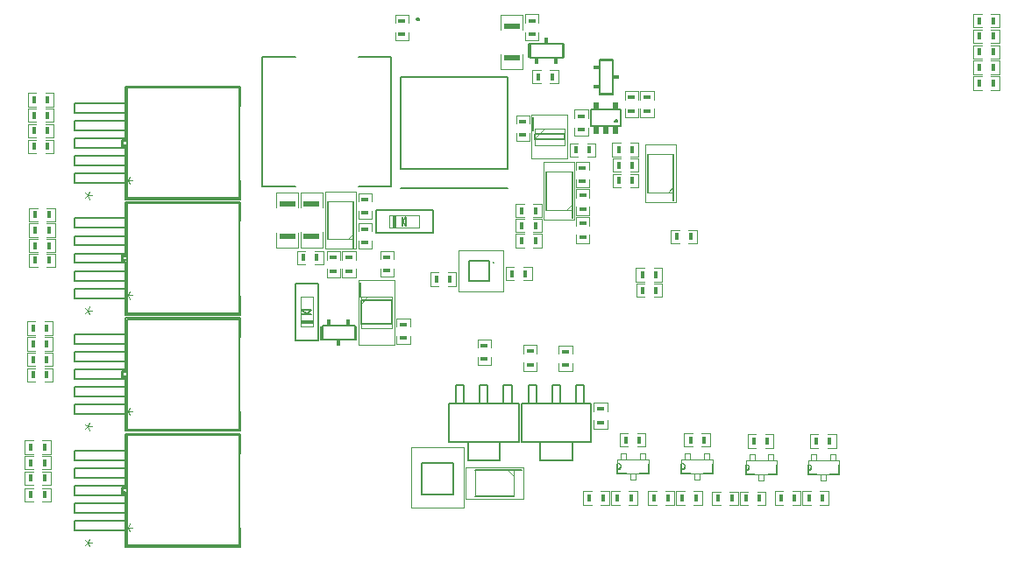
<source format=gbr>
G04 EAGLE Gerber RS-274X export*
G75*
%MOMM*%
%FSLAX34Y34*%
%LPD*%
%INSilkscreen Bottom*%
%IPPOS*%
%AMOC8*
5,1,8,0,0,1.08239X$1,22.5*%
G01*
%ADD10C,0.200000*%
%ADD11C,0.100000*%
%ADD12C,0.056000*%
%ADD13C,0.056000*%
%ADD14R,0.800000X0.300000*%
%ADD15R,0.100000X1.600000*%
%ADD16C,0.101600*%
%ADD17C,0.203200*%
%ADD18R,1.200000X0.125000*%
%ADD19R,1.250000X0.300000*%
%ADD20R,0.300000X0.800000*%
%ADD21R,1.600000X0.100000*%
%ADD22R,1.600000X0.500000*%
%ADD23R,0.100000X3.600000*%
%ADD24R,0.125000X1.200000*%
%ADD25R,0.300000X1.250000*%
%ADD26C,0.050000*%
%ADD27C,0.127000*%
%ADD28C,0.152400*%
%ADD29R,0.457200X0.584200*%
%ADD30R,0.584200X0.457200*%
%ADD31R,0.500000X0.650000*%
%ADD32C,0.076200*%
%ADD33C,0.000000*%


D10*
X1110000Y735000D02*
X1090000Y735000D01*
X1090000Y715000D01*
X1110000Y715000D01*
X1110000Y735000D01*
D11*
X1123720Y745000D02*
X1080000Y745000D01*
X1080000Y705000D01*
X1123720Y705000D01*
X1123720Y745000D01*
D12*
X1113720Y733070D03*
D13*
X1113718Y733037D01*
X1113712Y733005D01*
X1113703Y732974D01*
X1113690Y732944D01*
X1113674Y732916D01*
X1113654Y732890D01*
X1113632Y732866D01*
X1113607Y732845D01*
X1113580Y732828D01*
X1113551Y732813D01*
X1113520Y732802D01*
X1113489Y732794D01*
X1113456Y732790D01*
X1113424Y732790D01*
X1113391Y732794D01*
X1113360Y732802D01*
X1113329Y732813D01*
X1113300Y732828D01*
X1113273Y732845D01*
X1113248Y732866D01*
X1113226Y732890D01*
X1113206Y732916D01*
X1113190Y732944D01*
X1113177Y732974D01*
X1113168Y733005D01*
X1113162Y733037D01*
X1113160Y733070D01*
D12*
X1113160Y733070D03*
D13*
X1113162Y733103D01*
X1113168Y733135D01*
X1113177Y733166D01*
X1113190Y733196D01*
X1113206Y733224D01*
X1113226Y733250D01*
X1113248Y733274D01*
X1113273Y733295D01*
X1113300Y733312D01*
X1113329Y733327D01*
X1113360Y733338D01*
X1113391Y733346D01*
X1113424Y733350D01*
X1113456Y733350D01*
X1113489Y733346D01*
X1113520Y733338D01*
X1113551Y733327D01*
X1113580Y733312D01*
X1113607Y733295D01*
X1113632Y733274D01*
X1113654Y733250D01*
X1113674Y733224D01*
X1113690Y733196D01*
X1113703Y733166D01*
X1113712Y733135D01*
X1113718Y733103D01*
X1113720Y733070D01*
D11*
X1143000Y653100D02*
X1143000Y645100D01*
X1143000Y653100D02*
X1156000Y653100D01*
X1156000Y645100D01*
X1143000Y636100D02*
X1143000Y628100D01*
X1156000Y628100D01*
X1156000Y636100D01*
D14*
X1149500Y647100D03*
X1149500Y634100D03*
D15*
X1146000Y640600D03*
X1153000Y640600D03*
D16*
X927500Y670700D02*
X927500Y699700D01*
X927500Y670700D02*
X939500Y670700D01*
X939500Y699700D01*
X927500Y699700D01*
D17*
X922500Y712630D02*
X944500Y712630D01*
X922500Y712630D02*
X922500Y657770D01*
X944500Y657770D02*
X944500Y712630D01*
X944500Y657770D02*
X922500Y657770D01*
X929055Y687105D02*
X937945Y687105D01*
X933500Y683295D01*
X929055Y687105D01*
X929055Y683295D02*
X937945Y683295D01*
D18*
X933500Y700575D03*
X933500Y669825D03*
D19*
X933500Y675700D03*
D11*
X1020300Y678900D02*
X1020300Y670900D01*
X1020300Y678900D02*
X1033300Y678900D01*
X1033300Y670900D01*
X1020300Y661900D02*
X1020300Y653900D01*
X1033300Y653900D01*
X1033300Y661900D01*
D14*
X1026800Y672900D03*
X1026800Y659900D03*
D15*
X1023300Y666400D03*
X1030300Y666400D03*
D11*
X1302300Y764600D02*
X1310300Y764600D01*
X1310300Y751600D01*
X1302300Y751600D01*
X1293300Y764600D02*
X1285300Y764600D01*
X1285300Y751600D01*
X1293300Y751600D01*
D20*
X1304300Y758100D03*
X1291300Y758100D03*
D21*
X1297800Y761600D03*
X1297800Y754600D03*
D11*
X1193600Y768800D02*
X1193600Y776800D01*
X1206600Y776800D01*
X1206600Y768800D01*
X1193600Y759800D02*
X1193600Y751800D01*
X1206600Y751800D01*
X1206600Y759800D01*
D14*
X1200100Y770800D03*
X1200100Y757800D03*
D15*
X1196600Y764300D03*
X1203600Y764300D03*
D11*
X1206600Y778900D02*
X1206600Y786900D01*
X1206600Y778900D02*
X1193600Y778900D01*
X1193600Y786900D01*
X1206600Y795900D02*
X1206600Y803900D01*
X1193600Y803900D01*
X1193600Y795900D01*
D14*
X1200100Y784900D03*
X1200100Y797900D03*
D15*
X1203600Y791400D03*
X1196600Y791400D03*
D11*
X1246000Y833600D02*
X1254000Y833600D01*
X1254000Y820600D01*
X1246000Y820600D01*
X1237000Y833600D02*
X1229000Y833600D01*
X1229000Y820600D01*
X1237000Y820600D01*
D20*
X1248000Y827100D03*
X1235000Y827100D03*
D21*
X1241500Y830600D03*
X1241500Y823600D03*
D11*
X1245900Y818600D02*
X1253900Y818600D01*
X1253900Y805600D01*
X1245900Y805600D01*
X1236900Y818600D02*
X1228900Y818600D01*
X1228900Y805600D01*
X1236900Y805600D01*
D20*
X1247900Y812100D03*
X1234900Y812100D03*
D21*
X1241400Y815600D03*
X1241400Y808600D03*
D11*
X1268800Y712600D02*
X1276800Y712600D01*
X1276800Y699600D01*
X1268800Y699600D01*
X1259800Y712600D02*
X1251800Y712600D01*
X1251800Y699600D01*
X1259800Y699600D01*
D20*
X1270800Y706100D03*
X1257800Y706100D03*
D21*
X1264300Y709600D03*
X1264300Y702600D03*
D11*
X1060900Y710300D02*
X1052900Y710300D01*
X1052900Y723300D01*
X1060900Y723300D01*
X1069900Y710300D02*
X1077900Y710300D01*
X1077900Y723300D01*
X1069900Y723300D01*
D20*
X1058900Y716800D03*
X1071900Y716800D03*
D21*
X1065400Y713300D03*
X1065400Y720300D03*
D11*
X1143000Y728700D02*
X1151000Y728700D01*
X1151000Y715700D01*
X1143000Y715700D01*
X1134000Y728700D02*
X1126000Y728700D01*
X1126000Y715700D01*
X1134000Y715700D01*
D20*
X1145000Y722200D03*
X1132000Y722200D03*
D21*
X1138500Y725700D03*
X1138500Y718700D03*
D11*
X1577500Y960300D02*
X1585500Y960300D01*
X1577500Y960300D02*
X1577500Y973300D01*
X1585500Y973300D01*
X1594500Y960300D02*
X1602500Y960300D01*
X1602500Y973300D01*
X1594500Y973300D01*
D20*
X1583500Y966800D03*
X1596500Y966800D03*
D21*
X1590000Y963300D03*
X1590000Y970300D03*
D11*
X1177000Y652900D02*
X1177000Y644900D01*
X1177000Y652900D02*
X1190000Y652900D01*
X1190000Y644900D01*
X1177000Y635900D02*
X1177000Y627900D01*
X1190000Y627900D01*
X1190000Y635900D01*
D14*
X1183500Y646900D03*
X1183500Y633900D03*
D15*
X1180000Y640400D03*
X1187000Y640400D03*
D11*
X1224000Y580200D02*
X1224000Y572200D01*
X1211000Y572200D01*
X1211000Y580200D01*
X1224000Y589200D02*
X1224000Y597200D01*
X1211000Y597200D01*
X1211000Y589200D01*
D14*
X1217500Y578200D03*
X1217500Y591200D03*
D15*
X1221000Y584700D03*
X1214000Y584700D03*
D11*
X1577500Y945300D02*
X1585500Y945300D01*
X1577500Y945300D02*
X1577500Y958300D01*
X1585500Y958300D01*
X1594500Y945300D02*
X1602500Y945300D01*
X1602500Y958300D01*
X1594500Y958300D01*
D20*
X1583500Y951800D03*
X1596500Y951800D03*
D21*
X1590000Y948300D03*
X1590000Y955300D03*
D11*
X1098500Y658800D02*
X1098500Y650800D01*
X1098500Y658800D02*
X1111500Y658800D01*
X1111500Y650800D01*
X1098500Y641800D02*
X1098500Y633800D01*
X1111500Y633800D01*
X1111500Y641800D01*
D14*
X1105000Y652800D03*
X1105000Y639800D03*
D15*
X1101500Y646300D03*
X1108500Y646300D03*
D11*
X1577500Y930300D02*
X1585500Y930300D01*
X1577500Y930300D02*
X1577500Y943300D01*
X1585500Y943300D01*
X1594500Y930300D02*
X1602500Y930300D01*
X1602500Y943300D01*
X1594500Y943300D01*
D20*
X1583500Y936800D03*
X1596500Y936800D03*
D21*
X1590000Y933300D03*
X1590000Y940300D03*
D11*
X1142300Y934300D02*
X1142300Y919800D01*
X1121300Y919800D01*
X1121300Y934300D01*
X1142300Y958300D02*
X1142300Y972800D01*
X1121300Y972800D01*
X1121300Y958300D01*
D22*
X1131800Y930800D03*
X1131800Y961800D03*
D23*
X1139300Y946300D03*
X1124300Y946300D03*
D11*
X1157700Y948000D02*
X1157700Y956000D01*
X1157700Y948000D02*
X1144700Y948000D01*
X1144700Y956000D01*
X1157700Y965000D02*
X1157700Y973000D01*
X1144700Y973000D01*
X1144700Y965000D01*
D14*
X1151200Y954000D03*
X1151200Y967000D03*
D15*
X1154700Y960500D03*
X1147700Y960500D03*
D11*
X1143500Y762300D02*
X1135500Y762300D01*
X1135500Y775300D01*
X1143500Y775300D01*
X1152500Y762300D02*
X1160500Y762300D01*
X1160500Y775300D01*
X1152500Y775300D01*
D20*
X1141500Y768800D03*
X1154500Y768800D03*
D21*
X1148000Y765300D03*
X1148000Y772300D03*
D11*
X1152500Y789700D02*
X1160500Y789700D01*
X1160500Y776700D01*
X1152500Y776700D01*
X1143500Y789700D02*
X1135500Y789700D01*
X1135500Y776700D01*
X1143500Y776700D01*
D20*
X1154500Y783200D03*
X1141500Y783200D03*
D21*
X1148000Y786700D03*
X1148000Y779700D03*
D11*
X1192300Y872700D02*
X1192300Y880700D01*
X1205300Y880700D01*
X1205300Y872700D01*
X1192300Y863700D02*
X1192300Y855700D01*
X1205300Y855700D01*
X1205300Y863700D01*
D14*
X1198800Y874700D03*
X1198800Y861700D03*
D15*
X1195300Y868200D03*
X1202300Y868200D03*
D11*
X1195400Y835300D02*
X1187400Y835300D01*
X1187400Y848300D01*
X1195400Y848300D01*
X1204400Y835300D02*
X1212400Y835300D01*
X1212400Y848300D01*
X1204400Y848300D01*
D20*
X1193400Y841800D03*
X1206400Y841800D03*
D21*
X1199900Y838300D03*
X1199900Y845300D03*
D11*
X927700Y800700D02*
X927700Y786200D01*
X927700Y800700D02*
X948700Y800700D01*
X948700Y786200D01*
X927700Y762200D02*
X927700Y747700D01*
X948700Y747700D01*
X948700Y762200D01*
D22*
X938200Y789700D03*
X938200Y758700D03*
D23*
X930700Y774200D03*
X945700Y774200D03*
D11*
X932500Y731300D02*
X924500Y731300D01*
X924500Y744300D01*
X932500Y744300D01*
X941500Y731300D02*
X949500Y731300D01*
X949500Y744300D01*
X941500Y744300D01*
D20*
X930500Y737800D03*
X943500Y737800D03*
D21*
X937000Y734300D03*
X937000Y741300D03*
D11*
X1245800Y848600D02*
X1253800Y848600D01*
X1253800Y835600D01*
X1245800Y835600D01*
X1236800Y848600D02*
X1228800Y848600D01*
X1228800Y835600D01*
X1236800Y835600D01*
D20*
X1247800Y842100D03*
X1234800Y842100D03*
D21*
X1241300Y845600D03*
X1241300Y838600D03*
D11*
X904500Y800400D02*
X904500Y785900D01*
X904500Y800400D02*
X925500Y800400D01*
X925500Y785900D01*
X904500Y761900D02*
X904500Y747400D01*
X925500Y747400D01*
X925500Y761900D01*
D22*
X915000Y789400D03*
X915000Y758400D03*
D23*
X907500Y773900D03*
X922500Y773900D03*
D11*
X1268700Y873700D02*
X1268700Y881700D01*
X1268700Y873700D02*
X1255700Y873700D01*
X1255700Y881700D01*
X1268700Y890700D02*
X1268700Y898700D01*
X1255700Y898700D01*
X1255700Y890700D01*
D14*
X1262200Y879700D03*
X1262200Y892700D03*
D15*
X1265700Y886200D03*
X1258700Y886200D03*
D11*
X1253700Y881800D02*
X1253700Y873800D01*
X1240700Y873800D01*
X1240700Y881800D01*
X1253700Y890800D02*
X1253700Y898800D01*
X1240700Y898800D01*
X1240700Y890800D01*
D14*
X1247200Y879800D03*
X1247200Y892800D03*
D15*
X1250700Y886300D03*
X1243700Y886300D03*
D11*
X1268700Y727600D02*
X1276700Y727600D01*
X1276700Y714600D01*
X1268700Y714600D01*
X1259700Y727600D02*
X1251700Y727600D01*
X1251700Y714600D01*
X1259700Y714600D01*
D20*
X1270700Y721100D03*
X1257700Y721100D03*
D21*
X1264200Y724600D03*
X1264200Y717600D03*
D16*
X1042400Y778600D02*
X1013400Y778600D01*
X1013400Y766600D01*
X1042400Y766600D01*
X1042400Y778600D01*
D17*
X1055330Y783600D02*
X1055330Y761600D01*
X1055330Y783600D02*
X1000470Y783600D01*
X1000470Y761600D02*
X1055330Y761600D01*
X1000470Y761600D02*
X1000470Y783600D01*
X1029805Y777045D02*
X1029805Y768155D01*
X1025995Y772600D01*
X1029805Y777045D01*
X1025995Y777045D02*
X1025995Y768155D01*
D24*
X1043275Y772600D03*
X1012525Y772600D03*
D25*
X1018400Y772600D03*
D26*
X1192400Y774550D02*
X1192400Y830250D01*
X1162400Y830250D01*
X1162400Y774550D01*
X1192400Y774550D01*
D11*
X1189900Y783900D02*
X1189900Y820900D01*
X1164900Y820900D01*
X1164900Y783900D01*
X1189900Y783900D01*
X1184300Y783900D02*
X1189900Y789500D01*
D10*
X1189900Y776050D02*
X1189900Y820900D01*
X1164900Y820900D02*
X1164900Y783900D01*
D26*
X981500Y801750D02*
X981500Y746050D01*
X981500Y801750D02*
X951500Y801750D01*
X951500Y746050D01*
X981500Y746050D01*
D11*
X979000Y755400D02*
X979000Y792400D01*
X954000Y792400D01*
X954000Y755400D01*
X979000Y755400D01*
X973400Y755400D02*
X979000Y761000D01*
D10*
X979000Y747550D02*
X979000Y792400D01*
X954000Y792400D02*
X954000Y755400D01*
D26*
X1087150Y534500D02*
X1142850Y534500D01*
X1087150Y534500D02*
X1087150Y504500D01*
X1142850Y504500D01*
X1142850Y534500D01*
D11*
X1133500Y532000D02*
X1096500Y532000D01*
X1096500Y507000D01*
X1133500Y507000D01*
X1133500Y532000D01*
X1133500Y526400D02*
X1127900Y532000D01*
D10*
X1141350Y532000D02*
X1096500Y532000D01*
X1096500Y507000D02*
X1133500Y507000D01*
D26*
X1290400Y791650D02*
X1290400Y847350D01*
X1260400Y847350D01*
X1260400Y791650D01*
X1290400Y791650D01*
D11*
X1287900Y801000D02*
X1287900Y838000D01*
X1262900Y838000D01*
X1262900Y801000D01*
X1287900Y801000D01*
X1282300Y801000D02*
X1287900Y806600D01*
D10*
X1287900Y793150D02*
X1287900Y838000D01*
X1262900Y838000D02*
X1262900Y801000D01*
D26*
X1150500Y833450D02*
X1150500Y875950D01*
X1150500Y833450D02*
X1185500Y833450D01*
X1185500Y875950D01*
X1150500Y875950D01*
D11*
X1153500Y862820D02*
X1153500Y846580D01*
X1182500Y846580D01*
X1182500Y862820D01*
X1153500Y862820D01*
X1163000Y862820D02*
X1153500Y853320D01*
D10*
X1153500Y851950D02*
X1153500Y857450D01*
X1153500Y851950D02*
X1182500Y851950D01*
X1182500Y857450D01*
X1153500Y857450D01*
X1152000Y860950D02*
X1152000Y873450D01*
D26*
X983500Y716300D02*
X983500Y653300D01*
X1018500Y653300D01*
X1018500Y716300D01*
X983500Y716300D01*
D11*
X986000Y699800D02*
X986000Y669800D01*
X1016000Y669800D01*
X1016000Y699800D01*
X986000Y699800D01*
X992500Y699800D02*
X986000Y693300D01*
D10*
X986000Y696300D02*
X986000Y673300D01*
X1016000Y673300D01*
X1016000Y696300D01*
X986000Y696300D01*
X985500Y699800D02*
X985500Y713800D01*
D27*
X1015400Y806700D02*
X1015400Y931700D01*
X890400Y931700D02*
X890400Y806700D01*
X983400Y806700D02*
X1015400Y806700D01*
X1015400Y931700D02*
X983400Y931700D01*
X922400Y931700D02*
X890400Y931700D01*
X890400Y806700D02*
X922400Y806700D01*
D11*
X1193300Y822700D02*
X1193300Y830700D01*
X1206300Y830700D01*
X1206300Y822700D01*
X1193300Y813700D02*
X1193300Y805700D01*
X1206300Y805700D01*
X1206300Y813700D01*
D14*
X1199800Y824700D03*
X1199800Y811700D03*
D15*
X1196300Y818200D03*
X1203300Y818200D03*
D10*
X1044950Y539350D02*
X1044950Y508850D01*
X1075450Y508850D01*
X1075450Y539350D01*
X1044950Y539350D01*
D11*
X1034950Y554600D02*
X1034950Y496000D01*
X1085450Y496000D01*
X1085450Y554600D01*
X1034950Y554600D01*
X1044950Y539350D02*
X1044950Y508550D01*
X1075450Y508850D02*
X1075450Y539100D01*
D17*
X980124Y658396D02*
X980124Y671604D01*
D28*
X948676Y671604D01*
D17*
X948676Y658396D01*
X980124Y658396D01*
X947676Y658396D02*
X947676Y671524D01*
X947676Y658396D02*
X957264Y658396D01*
X981124Y658396D02*
X981124Y671524D01*
X981124Y658396D02*
X971536Y658396D01*
X966624Y671604D02*
X962036Y671604D01*
D29*
X964400Y654967D03*
X973798Y675033D03*
X955002Y675033D03*
D17*
X1149376Y931396D02*
X1149376Y944604D01*
D28*
X1149376Y931396D02*
X1180824Y931396D01*
D17*
X1180824Y944604D01*
X1149376Y944604D01*
X1181824Y944604D02*
X1181824Y931476D01*
X1181824Y944604D02*
X1172236Y944604D01*
X1148376Y944604D02*
X1148376Y931476D01*
X1148376Y944604D02*
X1157964Y944604D01*
X1162876Y931396D02*
X1167464Y931396D01*
D29*
X1165100Y948033D03*
X1155702Y927967D03*
X1174498Y927967D03*
D17*
X1216396Y928124D02*
X1229604Y928124D01*
D28*
X1216396Y928124D02*
X1216396Y896676D01*
D17*
X1229604Y896676D01*
X1229604Y928124D01*
X1229604Y895676D02*
X1216476Y895676D01*
X1229604Y895676D02*
X1229604Y905264D01*
X1229604Y929124D02*
X1216476Y929124D01*
X1229604Y929124D02*
X1229604Y919536D01*
X1216396Y914624D02*
X1216396Y910036D01*
D30*
X1233033Y912400D03*
X1212967Y921798D03*
X1212967Y903002D03*
D11*
X1436800Y566800D02*
X1444800Y566800D01*
X1444800Y553800D01*
X1436800Y553800D01*
X1427800Y566800D02*
X1419800Y566800D01*
X1419800Y553800D01*
X1427800Y553800D01*
D20*
X1438800Y560300D03*
X1425800Y560300D03*
D21*
X1432300Y563800D03*
X1432300Y556800D03*
D11*
X996500Y746400D02*
X996500Y754400D01*
X996500Y746400D02*
X983500Y746400D01*
X983500Y754400D01*
X996500Y763400D02*
X996500Y771400D01*
X983500Y771400D01*
X983500Y763400D01*
D14*
X990000Y752400D03*
X990000Y765400D03*
D15*
X993500Y758900D03*
X986500Y758900D03*
D11*
X996500Y775200D02*
X996500Y783200D01*
X996500Y775200D02*
X983500Y775200D01*
X983500Y783200D01*
X996500Y792200D02*
X996500Y800200D01*
X983500Y800200D01*
X983500Y792200D01*
D14*
X990000Y781200D03*
X990000Y794200D03*
D15*
X993500Y787700D03*
X986500Y787700D03*
D11*
X1135500Y747500D02*
X1143500Y747500D01*
X1135500Y747500D02*
X1135500Y760500D01*
X1143500Y760500D01*
X1152500Y747500D02*
X1160500Y747500D01*
X1160500Y760500D01*
X1152500Y760500D01*
D20*
X1141500Y754000D03*
X1154500Y754000D03*
D21*
X1148000Y750500D03*
X1148000Y757500D03*
D11*
X1148800Y850400D02*
X1148800Y858400D01*
X1148800Y850400D02*
X1135800Y850400D01*
X1135800Y858400D01*
X1148800Y867400D02*
X1148800Y875400D01*
X1135800Y875400D01*
X1135800Y867400D01*
D14*
X1142300Y856400D03*
X1142300Y869400D03*
D15*
X1145800Y862900D03*
X1138800Y862900D03*
D11*
X1376500Y566800D02*
X1384500Y566800D01*
X1384500Y553800D01*
X1376500Y553800D01*
X1367500Y566800D02*
X1359500Y566800D01*
X1359500Y553800D01*
X1367500Y553800D01*
D20*
X1378500Y560300D03*
X1365500Y560300D03*
D21*
X1372000Y563800D03*
X1372000Y556800D03*
D11*
X980800Y718600D02*
X980800Y726600D01*
X980800Y718600D02*
X967800Y718600D01*
X967800Y726600D01*
X980800Y735600D02*
X980800Y743600D01*
X967800Y743600D01*
X967800Y735600D01*
D14*
X974300Y724600D03*
X974300Y737600D03*
D15*
X977800Y731100D03*
X970800Y731100D03*
D11*
X686500Y560800D02*
X678500Y560800D01*
X686500Y560800D02*
X686500Y547800D01*
X678500Y547800D01*
X669500Y560800D02*
X661500Y560800D01*
X661500Y547800D01*
X669500Y547800D01*
D20*
X680500Y554300D03*
X667500Y554300D03*
D21*
X674000Y557800D03*
X674000Y550800D03*
D11*
X1315200Y567800D02*
X1323200Y567800D01*
X1323200Y554800D01*
X1315200Y554800D01*
X1306200Y567800D02*
X1298200Y567800D01*
X1298200Y554800D01*
X1306200Y554800D01*
D20*
X1317200Y561300D03*
X1304200Y561300D03*
D21*
X1310700Y564800D03*
X1310700Y557800D03*
D11*
X1260900Y567800D02*
X1252900Y567800D01*
X1260900Y567800D02*
X1260900Y554800D01*
X1252900Y554800D01*
X1243900Y567800D02*
X1235900Y567800D01*
X1235900Y554800D01*
X1243900Y554800D01*
D20*
X1254900Y561300D03*
X1241900Y561300D03*
D21*
X1248400Y564800D03*
X1248400Y557800D03*
D11*
X686500Y545800D02*
X678500Y545800D01*
X686500Y545800D02*
X686500Y532800D01*
X678500Y532800D01*
X669500Y545800D02*
X661500Y545800D01*
X661500Y532800D01*
X669500Y532800D01*
D20*
X680500Y539300D03*
X667500Y539300D03*
D21*
X674000Y542800D03*
X674000Y535800D03*
D11*
X678500Y530800D02*
X686500Y530800D01*
X686500Y517800D01*
X678500Y517800D01*
X669500Y530800D02*
X661500Y530800D01*
X661500Y517800D01*
X669500Y517800D01*
D20*
X680500Y524300D03*
X667500Y524300D03*
D21*
X674000Y527800D03*
X674000Y520800D03*
D11*
X678500Y514800D02*
X686500Y514800D01*
X686500Y501800D01*
X678500Y501800D01*
X669500Y514800D02*
X661500Y514800D01*
X661500Y501800D01*
X669500Y501800D01*
D20*
X680500Y508300D03*
X667500Y508300D03*
D21*
X674000Y511800D03*
X674000Y504800D03*
D11*
X682500Y741800D02*
X690500Y741800D01*
X690500Y728800D01*
X682500Y728800D01*
X673500Y741800D02*
X665500Y741800D01*
X665500Y728800D01*
X673500Y728800D01*
D20*
X684500Y735300D03*
X671500Y735300D03*
D21*
X678000Y738800D03*
X678000Y731800D03*
D11*
X682500Y755800D02*
X690500Y755800D01*
X690500Y742800D01*
X682500Y742800D01*
X673500Y755800D02*
X665500Y755800D01*
X665500Y742800D01*
X673500Y742800D01*
D20*
X684500Y749300D03*
X671500Y749300D03*
D21*
X678000Y752800D03*
X678000Y745800D03*
D11*
X682500Y770800D02*
X690500Y770800D01*
X690500Y757800D01*
X682500Y757800D01*
X673500Y770800D02*
X665500Y770800D01*
X665500Y757800D01*
X673500Y757800D01*
D20*
X684500Y764300D03*
X671500Y764300D03*
D21*
X678000Y767800D03*
X678000Y760800D03*
D11*
X682500Y785800D02*
X690500Y785800D01*
X690500Y772800D01*
X682500Y772800D01*
X673500Y785800D02*
X665500Y785800D01*
X665500Y772800D01*
X673500Y772800D01*
D20*
X684500Y779300D03*
X671500Y779300D03*
D21*
X678000Y782800D03*
X678000Y775800D03*
D11*
X680500Y675800D02*
X688500Y675800D01*
X688500Y662800D01*
X680500Y662800D01*
X671500Y675800D02*
X663500Y675800D01*
X663500Y662800D01*
X671500Y662800D01*
D20*
X682500Y669300D03*
X669500Y669300D03*
D21*
X676000Y672800D03*
X676000Y665800D03*
D11*
X680500Y660800D02*
X688500Y660800D01*
X688500Y647800D01*
X680500Y647800D01*
X671500Y660800D02*
X663500Y660800D01*
X663500Y647800D01*
X671500Y647800D01*
D20*
X682500Y654300D03*
X669500Y654300D03*
D21*
X676000Y657800D03*
X676000Y650800D03*
D11*
X680500Y645800D02*
X688500Y645800D01*
X688500Y632800D01*
X680500Y632800D01*
X671500Y645800D02*
X663500Y645800D01*
X663500Y632800D01*
X671500Y632800D01*
D20*
X682500Y639300D03*
X669500Y639300D03*
D21*
X676000Y642800D03*
X676000Y635800D03*
D11*
X680500Y630800D02*
X688500Y630800D01*
X688500Y617800D01*
X680500Y617800D01*
X671500Y630800D02*
X663500Y630800D01*
X663500Y617800D01*
X671500Y617800D01*
D20*
X682500Y624300D03*
X669500Y624300D03*
D21*
X676000Y627800D03*
X676000Y620800D03*
D11*
X681500Y851800D02*
X689500Y851800D01*
X689500Y838800D01*
X681500Y838800D01*
X672500Y851800D02*
X664500Y851800D01*
X664500Y838800D01*
X672500Y838800D01*
D20*
X683500Y845300D03*
X670500Y845300D03*
D21*
X677000Y848800D03*
X677000Y841800D03*
D11*
X681500Y866900D02*
X689500Y866900D01*
X689500Y853900D01*
X681500Y853900D01*
X672500Y866900D02*
X664500Y866900D01*
X664500Y853900D01*
X672500Y853900D01*
D20*
X683500Y860400D03*
X670500Y860400D03*
D21*
X677000Y863900D03*
X677000Y856900D03*
D11*
X681500Y881900D02*
X689500Y881900D01*
X689500Y868900D01*
X681500Y868900D01*
X672500Y881900D02*
X664500Y881900D01*
X664500Y868900D01*
X672500Y868900D01*
D20*
X683500Y875400D03*
X670500Y875400D03*
D21*
X677000Y878900D03*
X677000Y871900D03*
D11*
X681500Y896900D02*
X689500Y896900D01*
X689500Y883900D01*
X681500Y883900D01*
X672500Y896900D02*
X664500Y896900D01*
X664500Y883900D01*
X672500Y883900D01*
D20*
X683500Y890400D03*
X670500Y890400D03*
D21*
X677000Y893900D03*
X677000Y886900D03*
D11*
X1368900Y511500D02*
X1376900Y511500D01*
X1376900Y498500D01*
X1368900Y498500D01*
X1359900Y511500D02*
X1351900Y511500D01*
X1351900Y498500D01*
X1359900Y498500D01*
D20*
X1370900Y505000D03*
X1357900Y505000D03*
D21*
X1364400Y508500D03*
X1364400Y501500D03*
D11*
X1350000Y511500D02*
X1342000Y511500D01*
X1350000Y511500D02*
X1350000Y498500D01*
X1342000Y498500D01*
X1333000Y511500D02*
X1325000Y511500D01*
X1325000Y498500D01*
X1333000Y498500D01*
D20*
X1344000Y505000D03*
X1331000Y505000D03*
D21*
X1337500Y508500D03*
X1337500Y501500D03*
D11*
X953100Y735600D02*
X953100Y743600D01*
X966100Y743600D01*
X966100Y735600D01*
X953100Y726600D02*
X953100Y718600D01*
X966100Y718600D01*
X966100Y726600D01*
D14*
X959600Y737600D03*
X959600Y724600D03*
D15*
X956100Y731100D03*
X963100Y731100D03*
D11*
X1017600Y727000D02*
X1017600Y719000D01*
X1004600Y719000D01*
X1004600Y727000D01*
X1017600Y736000D02*
X1017600Y744000D01*
X1004600Y744000D01*
X1004600Y736000D01*
D14*
X1011100Y725000D03*
X1011100Y738000D03*
D15*
X1014600Y731500D03*
X1007600Y731500D03*
D11*
X1151600Y906100D02*
X1159600Y906100D01*
X1151600Y906100D02*
X1151600Y919100D01*
X1159600Y919100D01*
X1168600Y906100D02*
X1176600Y906100D01*
X1176600Y919100D01*
X1168600Y919100D01*
D20*
X1157600Y912600D03*
X1170600Y912600D03*
D21*
X1164100Y909100D03*
X1164100Y916100D03*
D11*
X1429500Y511600D02*
X1437500Y511600D01*
X1437500Y498600D01*
X1429500Y498600D01*
X1420500Y511600D02*
X1412500Y511600D01*
X1412500Y498600D01*
X1420500Y498600D01*
D20*
X1431500Y505100D03*
X1418500Y505100D03*
D21*
X1425000Y508600D03*
X1425000Y501600D03*
D11*
X1410600Y511600D02*
X1402600Y511600D01*
X1410600Y511600D02*
X1410600Y498600D01*
X1402600Y498600D01*
X1393600Y511600D02*
X1385600Y511600D01*
X1385600Y498600D01*
X1393600Y498600D01*
D20*
X1404600Y505100D03*
X1391600Y505100D03*
D21*
X1398100Y508600D03*
X1398100Y501600D03*
D11*
X1252900Y511600D02*
X1244900Y511600D01*
X1252900Y511600D02*
X1252900Y498600D01*
X1244900Y498600D01*
X1235900Y511600D02*
X1227900Y511600D01*
X1227900Y498600D01*
X1235900Y498600D01*
D20*
X1246900Y505100D03*
X1233900Y505100D03*
D21*
X1240400Y508600D03*
X1240400Y501600D03*
D11*
X1225800Y511600D02*
X1217800Y511600D01*
X1225800Y511600D02*
X1225800Y498600D01*
X1217800Y498600D01*
X1208800Y511600D02*
X1200800Y511600D01*
X1200800Y498600D01*
X1208800Y498600D01*
D20*
X1219800Y505100D03*
X1206800Y505100D03*
D21*
X1213300Y508600D03*
X1213300Y501600D03*
D11*
X1307300Y511600D02*
X1315300Y511600D01*
X1315300Y498600D01*
X1307300Y498600D01*
X1298300Y511600D02*
X1290300Y511600D01*
X1290300Y498600D01*
X1298300Y498600D01*
D20*
X1309300Y505100D03*
X1296300Y505100D03*
D21*
X1302800Y508600D03*
X1302800Y501600D03*
D11*
X1288200Y511600D02*
X1280200Y511600D01*
X1288200Y511600D02*
X1288200Y498600D01*
X1280200Y498600D01*
X1271200Y511600D02*
X1263200Y511600D01*
X1263200Y498600D01*
X1271200Y498600D01*
D20*
X1282200Y505100D03*
X1269200Y505100D03*
D21*
X1275700Y508600D03*
X1275700Y501600D03*
D11*
X1577500Y900100D02*
X1585500Y900100D01*
X1577500Y900100D02*
X1577500Y913100D01*
X1585500Y913100D01*
X1594500Y900100D02*
X1602500Y900100D01*
X1602500Y913100D01*
X1594500Y913100D01*
D20*
X1583500Y906600D03*
X1596500Y906600D03*
D21*
X1590000Y903100D03*
X1590000Y910100D03*
D11*
X1585500Y915100D02*
X1577500Y915100D01*
X1577500Y928100D01*
X1585500Y928100D01*
X1594500Y915100D02*
X1602500Y915100D01*
X1602500Y928100D01*
X1594500Y928100D01*
D20*
X1583500Y921600D03*
X1596500Y921600D03*
D21*
X1590000Y918100D03*
X1590000Y925100D03*
D11*
X1031900Y947700D02*
X1031900Y955700D01*
X1031900Y947700D02*
X1018900Y947700D01*
X1018900Y955700D01*
X1031900Y964700D02*
X1031900Y972700D01*
X1018900Y972700D01*
X1018900Y964700D01*
D14*
X1025400Y953700D03*
X1025400Y966700D03*
D15*
X1028900Y960200D03*
X1021900Y960200D03*
D28*
X1208080Y881000D02*
X1208080Y864800D01*
X1236520Y864800D01*
X1236520Y881000D01*
X1208080Y881000D01*
X1217080Y881000D02*
X1227520Y881000D01*
X1227520Y864800D02*
X1226580Y864800D01*
X1218020Y864800D02*
X1217080Y864800D01*
X1235580Y864800D02*
X1236520Y864800D01*
X1209020Y864800D02*
X1208080Y864800D01*
X1208080Y881000D02*
X1209020Y881000D01*
X1235580Y881000D02*
X1236520Y881000D01*
D27*
X1231300Y869900D02*
X1231302Y869963D01*
X1231308Y870025D01*
X1231318Y870087D01*
X1231331Y870149D01*
X1231349Y870209D01*
X1231370Y870268D01*
X1231395Y870326D01*
X1231424Y870382D01*
X1231456Y870436D01*
X1231491Y870488D01*
X1231529Y870537D01*
X1231571Y870585D01*
X1231615Y870629D01*
X1231663Y870671D01*
X1231712Y870709D01*
X1231764Y870744D01*
X1231818Y870776D01*
X1231874Y870805D01*
X1231932Y870830D01*
X1231991Y870851D01*
X1232051Y870869D01*
X1232113Y870882D01*
X1232175Y870892D01*
X1232237Y870898D01*
X1232300Y870900D01*
X1232363Y870898D01*
X1232425Y870892D01*
X1232487Y870882D01*
X1232549Y870869D01*
X1232609Y870851D01*
X1232668Y870830D01*
X1232726Y870805D01*
X1232782Y870776D01*
X1232836Y870744D01*
X1232888Y870709D01*
X1232937Y870671D01*
X1232985Y870629D01*
X1233029Y870585D01*
X1233071Y870537D01*
X1233109Y870488D01*
X1233144Y870436D01*
X1233176Y870382D01*
X1233205Y870326D01*
X1233230Y870268D01*
X1233251Y870209D01*
X1233269Y870149D01*
X1233282Y870087D01*
X1233292Y870025D01*
X1233298Y869963D01*
X1233300Y869900D01*
X1233298Y869837D01*
X1233292Y869775D01*
X1233282Y869713D01*
X1233269Y869651D01*
X1233251Y869591D01*
X1233230Y869532D01*
X1233205Y869474D01*
X1233176Y869418D01*
X1233144Y869364D01*
X1233109Y869312D01*
X1233071Y869263D01*
X1233029Y869215D01*
X1232985Y869171D01*
X1232937Y869129D01*
X1232888Y869091D01*
X1232836Y869056D01*
X1232782Y869024D01*
X1232726Y868995D01*
X1232668Y868970D01*
X1232609Y868949D01*
X1232549Y868931D01*
X1232487Y868918D01*
X1232425Y868908D01*
X1232363Y868902D01*
X1232300Y868900D01*
X1232237Y868902D01*
X1232175Y868908D01*
X1232113Y868918D01*
X1232051Y868931D01*
X1231991Y868949D01*
X1231932Y868970D01*
X1231874Y868995D01*
X1231818Y869024D01*
X1231764Y869056D01*
X1231712Y869091D01*
X1231663Y869129D01*
X1231615Y869171D01*
X1231571Y869215D01*
X1231529Y869263D01*
X1231491Y869312D01*
X1231456Y869364D01*
X1231424Y869418D01*
X1231395Y869474D01*
X1231370Y869532D01*
X1231349Y869591D01*
X1231331Y869651D01*
X1231318Y869713D01*
X1231308Y869775D01*
X1231302Y869837D01*
X1231300Y869900D01*
D31*
X1231800Y861150D03*
X1222300Y861150D03*
X1212800Y861150D03*
X1212800Y884650D03*
X1231800Y884650D03*
D28*
X1155750Y596642D02*
X1147876Y596642D01*
X1147876Y614676D01*
X1155750Y614676D01*
X1155750Y596642D01*
X1170736Y596642D02*
X1178610Y596642D01*
X1170736Y596642D02*
X1170736Y614676D01*
X1178610Y614676D01*
X1178610Y596642D01*
X1193850Y596642D02*
X1201724Y596642D01*
X1193850Y596642D02*
X1193850Y614676D01*
X1201724Y614676D01*
X1201724Y596642D01*
X1190294Y559558D02*
X1159306Y559558D01*
X1190294Y559558D02*
X1190294Y541524D01*
X1159306Y541524D01*
X1159306Y559558D01*
X1208328Y559558D02*
X1208328Y596642D01*
X1208328Y559558D02*
X1141272Y559558D01*
X1141272Y596642D01*
X1208328Y596642D01*
X1208328Y559558D01*
X1141272Y559558D01*
X1141272Y596642D01*
X1208328Y596642D01*
X759944Y595336D02*
X759944Y586192D01*
X709652Y586192D01*
X709652Y595336D01*
X759944Y595336D01*
X759944Y603210D02*
X759944Y612354D01*
X759944Y603210D02*
X709652Y603210D01*
X709652Y612354D01*
X759944Y612354D01*
X759944Y620228D02*
X759944Y622768D01*
X759944Y620228D02*
X709652Y620228D01*
X709652Y629372D01*
X759944Y629372D01*
X759944Y637246D02*
X759944Y646390D01*
X759944Y637246D02*
X709652Y637246D01*
X709652Y646390D01*
X759944Y646390D01*
X759944Y654264D02*
X759944Y663408D01*
X759944Y654264D02*
X709652Y654264D01*
X709652Y663408D01*
X759944Y663408D01*
X759944Y629372D02*
X759944Y626832D01*
X759944Y622768D01*
X756388Y623022D01*
X756388Y626832D01*
X759944Y626832D01*
X759944Y678140D02*
X759944Y571460D01*
X759944Y678140D02*
X868656Y678140D01*
X868656Y571460D01*
X759944Y571460D01*
D32*
X761412Y588951D02*
X765391Y588951D01*
X761412Y588951D02*
X758427Y591272D01*
X761412Y588951D02*
X758427Y586629D01*
X761412Y588951D02*
X762738Y592598D01*
X761412Y588951D02*
X762738Y585303D01*
D28*
X753848Y586192D02*
X744704Y586192D01*
X744704Y603210D02*
X753848Y603210D01*
X753848Y620228D02*
X744704Y620228D01*
X744704Y637246D02*
X753848Y637246D01*
X753848Y654264D02*
X744704Y654264D01*
X744704Y595336D02*
X753848Y595336D01*
X753848Y612354D02*
X744704Y612354D01*
X744704Y629372D02*
X753848Y629372D01*
X753848Y646390D02*
X744704Y646390D01*
X744704Y663408D02*
X753848Y663408D01*
X758928Y621752D02*
X758928Y570190D01*
X758928Y621752D02*
X754864Y621752D01*
X754864Y627848D01*
X758928Y627848D01*
X758928Y679410D01*
X869672Y679410D01*
X869672Y660868D01*
X869672Y570190D02*
X758928Y570190D01*
X869672Y570190D02*
X869672Y588732D01*
D32*
X726275Y574219D02*
X722296Y574219D01*
X719311Y576540D01*
X722296Y574219D02*
X719311Y571897D01*
X722296Y574219D02*
X723622Y577866D01*
X722296Y574219D02*
X723622Y570571D01*
D28*
X759944Y698492D02*
X759944Y707636D01*
X759944Y698492D02*
X709652Y698492D01*
X709652Y707636D01*
X759944Y707636D01*
X759944Y715510D02*
X759944Y724654D01*
X759944Y715510D02*
X709652Y715510D01*
X709652Y724654D01*
X759944Y724654D01*
X759944Y732528D02*
X759944Y735068D01*
X759944Y732528D02*
X709652Y732528D01*
X709652Y741672D01*
X759944Y741672D01*
X759944Y749546D02*
X759944Y758690D01*
X759944Y749546D02*
X709652Y749546D01*
X709652Y758690D01*
X759944Y758690D01*
X759944Y766564D02*
X759944Y775708D01*
X759944Y766564D02*
X709652Y766564D01*
X709652Y775708D01*
X759944Y775708D01*
X759944Y741672D02*
X759944Y739132D01*
X759944Y735068D01*
X756388Y735322D01*
X756388Y739132D01*
X759944Y739132D01*
X759944Y790440D02*
X759944Y683760D01*
X759944Y790440D02*
X868656Y790440D01*
X868656Y683760D01*
X759944Y683760D01*
D32*
X761412Y701251D02*
X765391Y701251D01*
X761412Y701251D02*
X758427Y703572D01*
X761412Y701251D02*
X758427Y698929D01*
X761412Y701251D02*
X762738Y704898D01*
X761412Y701251D02*
X762738Y697603D01*
D28*
X753848Y698492D02*
X744704Y698492D01*
X744704Y715510D02*
X753848Y715510D01*
X753848Y732528D02*
X744704Y732528D01*
X744704Y749546D02*
X753848Y749546D01*
X753848Y766564D02*
X744704Y766564D01*
X744704Y707636D02*
X753848Y707636D01*
X753848Y724654D02*
X744704Y724654D01*
X744704Y741672D02*
X753848Y741672D01*
X753848Y758690D02*
X744704Y758690D01*
X744704Y775708D02*
X753848Y775708D01*
X758928Y734052D02*
X758928Y682490D01*
X758928Y734052D02*
X754864Y734052D01*
X754864Y740148D01*
X758928Y740148D01*
X758928Y791710D01*
X869672Y791710D01*
X869672Y773168D01*
X869672Y682490D02*
X758928Y682490D01*
X869672Y682490D02*
X869672Y701032D01*
D32*
X726275Y686519D02*
X722296Y686519D01*
X719311Y688840D01*
X722296Y686519D02*
X719311Y684197D01*
X722296Y686519D02*
X723622Y690166D01*
X722296Y686519D02*
X723622Y682871D01*
D28*
X759944Y809892D02*
X759944Y819036D01*
X759944Y809892D02*
X709652Y809892D01*
X709652Y819036D01*
X759944Y819036D01*
X759944Y826910D02*
X759944Y836054D01*
X759944Y826910D02*
X709652Y826910D01*
X709652Y836054D01*
X759944Y836054D01*
X759944Y843928D02*
X759944Y846468D01*
X759944Y843928D02*
X709652Y843928D01*
X709652Y853072D01*
X759944Y853072D01*
X759944Y860946D02*
X759944Y870090D01*
X759944Y860946D02*
X709652Y860946D01*
X709652Y870090D01*
X759944Y870090D01*
X759944Y877964D02*
X759944Y887108D01*
X759944Y877964D02*
X709652Y877964D01*
X709652Y887108D01*
X759944Y887108D01*
X759944Y853072D02*
X759944Y850532D01*
X759944Y846468D01*
X756388Y846722D01*
X756388Y850532D01*
X759944Y850532D01*
X759944Y901840D02*
X759944Y795160D01*
X759944Y901840D02*
X868656Y901840D01*
X868656Y795160D01*
X759944Y795160D01*
D32*
X761412Y812651D02*
X765391Y812651D01*
X761412Y812651D02*
X758427Y814972D01*
X761412Y812651D02*
X758427Y810329D01*
X761412Y812651D02*
X762738Y816298D01*
X761412Y812651D02*
X762738Y809003D01*
D28*
X753848Y809892D02*
X744704Y809892D01*
X744704Y826910D02*
X753848Y826910D01*
X753848Y843928D02*
X744704Y843928D01*
X744704Y860946D02*
X753848Y860946D01*
X753848Y877964D02*
X744704Y877964D01*
X744704Y819036D02*
X753848Y819036D01*
X753848Y836054D02*
X744704Y836054D01*
X744704Y853072D02*
X753848Y853072D01*
X753848Y870090D02*
X744704Y870090D01*
X744704Y887108D02*
X753848Y887108D01*
X758928Y845452D02*
X758928Y793890D01*
X758928Y845452D02*
X754864Y845452D01*
X754864Y851548D01*
X758928Y851548D01*
X758928Y903110D01*
X869672Y903110D01*
X869672Y884568D01*
X869672Y793890D02*
X758928Y793890D01*
X869672Y793890D02*
X869672Y812432D01*
D32*
X726275Y797919D02*
X722296Y797919D01*
X719311Y800240D01*
X722296Y797919D02*
X719311Y795597D01*
X722296Y797919D02*
X723622Y801566D01*
X722296Y797919D02*
X723622Y794271D01*
D28*
X1295714Y529196D02*
X1304604Y529196D01*
X1325686Y529196D02*
X1325686Y538086D01*
X1325686Y529196D02*
X1316796Y529196D01*
X1295714Y529196D02*
X1295714Y532752D01*
X1295714Y538086D01*
X1298762Y536054D02*
X1298770Y535944D01*
X1298773Y535834D01*
X1298772Y535724D01*
X1298767Y535615D01*
X1298759Y535505D01*
X1298746Y535396D01*
X1298730Y535287D01*
X1298709Y535179D01*
X1298685Y535072D01*
X1298657Y534966D01*
X1298625Y534861D01*
X1298589Y534757D01*
X1298550Y534654D01*
X1298507Y534553D01*
X1298460Y534454D01*
X1298410Y534356D01*
X1298356Y534260D01*
X1298299Y534167D01*
X1298238Y534075D01*
X1298175Y533985D01*
X1298108Y533898D01*
X1298038Y533814D01*
X1297965Y533732D01*
X1297889Y533652D01*
X1297810Y533576D01*
X1297728Y533502D01*
X1297644Y533431D01*
X1297558Y533364D01*
X1297469Y533299D01*
X1297378Y533238D01*
X1297284Y533180D01*
X1297189Y533126D01*
X1297092Y533075D01*
X1296993Y533027D01*
X1296892Y532983D01*
X1296790Y532943D01*
X1296686Y532906D01*
X1296581Y532874D01*
X1296475Y532845D01*
X1296368Y532820D01*
X1296260Y532798D01*
X1296152Y532781D01*
X1296043Y532768D01*
X1295933Y532758D01*
X1295824Y532753D01*
X1295714Y532751D01*
D33*
X1325686Y529196D02*
X1325686Y542404D01*
X1325686Y529196D02*
X1313240Y529196D01*
X1308160Y529196D01*
X1295714Y529196D01*
X1295714Y532752D01*
X1295714Y538848D01*
X1295714Y542404D01*
X1299016Y542404D01*
X1304096Y542404D01*
X1317304Y542404D01*
X1299016Y542404D02*
X1299016Y548246D01*
X1304096Y548246D01*
X1304096Y542404D01*
X1322384Y542404D02*
X1325686Y542404D01*
X1322384Y542404D02*
X1317304Y542404D01*
X1317304Y548246D01*
X1322384Y548246D01*
X1322384Y542404D01*
X1313240Y529196D02*
X1313240Y523354D01*
X1308160Y523354D01*
X1308160Y529196D01*
X1295714Y532752D02*
X1295823Y532754D01*
X1295931Y532760D01*
X1296040Y532769D01*
X1296148Y532783D01*
X1296255Y532800D01*
X1296362Y532822D01*
X1296468Y532847D01*
X1296573Y532875D01*
X1296677Y532908D01*
X1296779Y532944D01*
X1296880Y532984D01*
X1296980Y533027D01*
X1297078Y533074D01*
X1297175Y533125D01*
X1297269Y533179D01*
X1297362Y533236D01*
X1297452Y533296D01*
X1297541Y533360D01*
X1297627Y533427D01*
X1297710Y533496D01*
X1297791Y533569D01*
X1297869Y533645D01*
X1297945Y533723D01*
X1298018Y533804D01*
X1298087Y533887D01*
X1298154Y533973D01*
X1298218Y534062D01*
X1298278Y534152D01*
X1298335Y534245D01*
X1298389Y534339D01*
X1298440Y534436D01*
X1298487Y534534D01*
X1298530Y534634D01*
X1298570Y534735D01*
X1298606Y534837D01*
X1298639Y534941D01*
X1298667Y535046D01*
X1298692Y535152D01*
X1298714Y535259D01*
X1298731Y535366D01*
X1298745Y535474D01*
X1298754Y535583D01*
X1298760Y535691D01*
X1298762Y535800D01*
X1298760Y535909D01*
X1298754Y536017D01*
X1298745Y536126D01*
X1298731Y536234D01*
X1298714Y536341D01*
X1298692Y536448D01*
X1298667Y536554D01*
X1298639Y536659D01*
X1298606Y536763D01*
X1298570Y536865D01*
X1298530Y536966D01*
X1298487Y537066D01*
X1298440Y537164D01*
X1298389Y537261D01*
X1298335Y537355D01*
X1298278Y537448D01*
X1298218Y537538D01*
X1298154Y537627D01*
X1298087Y537713D01*
X1298018Y537796D01*
X1297945Y537877D01*
X1297869Y537955D01*
X1297791Y538031D01*
X1297710Y538104D01*
X1297627Y538173D01*
X1297541Y538240D01*
X1297452Y538304D01*
X1297362Y538364D01*
X1297269Y538421D01*
X1297175Y538475D01*
X1297078Y538526D01*
X1296980Y538573D01*
X1296880Y538616D01*
X1296779Y538656D01*
X1296677Y538692D01*
X1296573Y538725D01*
X1296468Y538753D01*
X1296362Y538778D01*
X1296255Y538800D01*
X1296148Y538817D01*
X1296040Y538831D01*
X1295931Y538840D01*
X1295823Y538846D01*
X1295714Y538848D01*
D28*
X1242604Y529196D02*
X1233714Y529196D01*
X1263686Y529196D02*
X1263686Y538086D01*
X1263686Y529196D02*
X1254796Y529196D01*
X1233714Y529196D02*
X1233714Y532752D01*
X1233714Y538086D01*
X1236762Y536054D02*
X1236770Y535944D01*
X1236773Y535834D01*
X1236772Y535724D01*
X1236767Y535615D01*
X1236759Y535505D01*
X1236746Y535396D01*
X1236730Y535287D01*
X1236709Y535179D01*
X1236685Y535072D01*
X1236657Y534966D01*
X1236625Y534861D01*
X1236589Y534757D01*
X1236550Y534654D01*
X1236507Y534553D01*
X1236460Y534454D01*
X1236410Y534356D01*
X1236356Y534260D01*
X1236299Y534167D01*
X1236238Y534075D01*
X1236175Y533985D01*
X1236108Y533898D01*
X1236038Y533814D01*
X1235965Y533732D01*
X1235889Y533652D01*
X1235810Y533576D01*
X1235728Y533502D01*
X1235644Y533431D01*
X1235558Y533364D01*
X1235469Y533299D01*
X1235378Y533238D01*
X1235284Y533180D01*
X1235189Y533126D01*
X1235092Y533075D01*
X1234993Y533027D01*
X1234892Y532983D01*
X1234790Y532943D01*
X1234686Y532906D01*
X1234581Y532874D01*
X1234475Y532845D01*
X1234368Y532820D01*
X1234260Y532798D01*
X1234152Y532781D01*
X1234043Y532768D01*
X1233933Y532758D01*
X1233824Y532753D01*
X1233714Y532751D01*
D33*
X1263686Y529196D02*
X1263686Y542404D01*
X1263686Y529196D02*
X1251240Y529196D01*
X1246160Y529196D01*
X1233714Y529196D01*
X1233714Y532752D01*
X1233714Y538848D01*
X1233714Y542404D01*
X1237016Y542404D01*
X1242096Y542404D01*
X1255304Y542404D01*
X1237016Y542404D02*
X1237016Y548246D01*
X1242096Y548246D01*
X1242096Y542404D01*
X1260384Y542404D02*
X1263686Y542404D01*
X1260384Y542404D02*
X1255304Y542404D01*
X1255304Y548246D01*
X1260384Y548246D01*
X1260384Y542404D01*
X1251240Y529196D02*
X1251240Y523354D01*
X1246160Y523354D01*
X1246160Y529196D01*
X1233714Y532752D02*
X1233823Y532754D01*
X1233931Y532760D01*
X1234040Y532769D01*
X1234148Y532783D01*
X1234255Y532800D01*
X1234362Y532822D01*
X1234468Y532847D01*
X1234573Y532875D01*
X1234677Y532908D01*
X1234779Y532944D01*
X1234880Y532984D01*
X1234980Y533027D01*
X1235078Y533074D01*
X1235175Y533125D01*
X1235269Y533179D01*
X1235362Y533236D01*
X1235452Y533296D01*
X1235541Y533360D01*
X1235627Y533427D01*
X1235710Y533496D01*
X1235791Y533569D01*
X1235869Y533645D01*
X1235945Y533723D01*
X1236018Y533804D01*
X1236087Y533887D01*
X1236154Y533973D01*
X1236218Y534062D01*
X1236278Y534152D01*
X1236335Y534245D01*
X1236389Y534339D01*
X1236440Y534436D01*
X1236487Y534534D01*
X1236530Y534634D01*
X1236570Y534735D01*
X1236606Y534837D01*
X1236639Y534941D01*
X1236667Y535046D01*
X1236692Y535152D01*
X1236714Y535259D01*
X1236731Y535366D01*
X1236745Y535474D01*
X1236754Y535583D01*
X1236760Y535691D01*
X1236762Y535800D01*
X1236760Y535909D01*
X1236754Y536017D01*
X1236745Y536126D01*
X1236731Y536234D01*
X1236714Y536341D01*
X1236692Y536448D01*
X1236667Y536554D01*
X1236639Y536659D01*
X1236606Y536763D01*
X1236570Y536865D01*
X1236530Y536966D01*
X1236487Y537066D01*
X1236440Y537164D01*
X1236389Y537261D01*
X1236335Y537355D01*
X1236278Y537448D01*
X1236218Y537538D01*
X1236154Y537627D01*
X1236087Y537713D01*
X1236018Y537796D01*
X1235945Y537877D01*
X1235869Y537955D01*
X1235791Y538031D01*
X1235710Y538104D01*
X1235627Y538173D01*
X1235541Y538240D01*
X1235452Y538304D01*
X1235362Y538364D01*
X1235269Y538421D01*
X1235175Y538475D01*
X1235078Y538526D01*
X1234980Y538573D01*
X1234880Y538616D01*
X1234779Y538656D01*
X1234677Y538692D01*
X1234573Y538725D01*
X1234468Y538753D01*
X1234362Y538778D01*
X1234255Y538800D01*
X1234148Y538817D01*
X1234040Y538831D01*
X1233931Y538840D01*
X1233823Y538846D01*
X1233714Y538848D01*
D28*
X1085750Y596442D02*
X1077876Y596442D01*
X1077876Y614476D01*
X1085750Y614476D01*
X1085750Y596442D01*
X1100736Y596442D02*
X1108610Y596442D01*
X1100736Y596442D02*
X1100736Y614476D01*
X1108610Y614476D01*
X1108610Y596442D01*
X1123850Y596442D02*
X1131724Y596442D01*
X1123850Y596442D02*
X1123850Y614476D01*
X1131724Y614476D01*
X1131724Y596442D01*
X1120294Y559358D02*
X1089306Y559358D01*
X1120294Y559358D02*
X1120294Y541324D01*
X1089306Y541324D01*
X1089306Y559358D01*
X1138328Y559358D02*
X1138328Y596442D01*
X1138328Y559358D02*
X1071272Y559358D01*
X1071272Y596442D01*
X1138328Y596442D01*
X1138328Y559358D01*
X1071272Y559358D01*
X1071272Y596442D01*
X1138328Y596442D01*
X1417714Y528196D02*
X1426604Y528196D01*
X1447686Y528196D02*
X1447686Y537086D01*
X1447686Y528196D02*
X1438796Y528196D01*
X1417714Y528196D02*
X1417714Y531752D01*
X1417714Y537086D01*
X1420762Y535054D02*
X1420770Y534944D01*
X1420773Y534834D01*
X1420772Y534724D01*
X1420767Y534615D01*
X1420759Y534505D01*
X1420746Y534396D01*
X1420730Y534287D01*
X1420709Y534179D01*
X1420685Y534072D01*
X1420657Y533966D01*
X1420625Y533861D01*
X1420589Y533757D01*
X1420550Y533654D01*
X1420507Y533553D01*
X1420460Y533454D01*
X1420410Y533356D01*
X1420356Y533260D01*
X1420299Y533167D01*
X1420238Y533075D01*
X1420175Y532985D01*
X1420108Y532898D01*
X1420038Y532814D01*
X1419965Y532732D01*
X1419889Y532652D01*
X1419810Y532576D01*
X1419728Y532502D01*
X1419644Y532431D01*
X1419558Y532364D01*
X1419469Y532299D01*
X1419378Y532238D01*
X1419284Y532180D01*
X1419189Y532126D01*
X1419092Y532075D01*
X1418993Y532027D01*
X1418892Y531983D01*
X1418790Y531943D01*
X1418686Y531906D01*
X1418581Y531874D01*
X1418475Y531845D01*
X1418368Y531820D01*
X1418260Y531798D01*
X1418152Y531781D01*
X1418043Y531768D01*
X1417933Y531758D01*
X1417824Y531753D01*
X1417714Y531751D01*
D33*
X1447686Y528196D02*
X1447686Y541404D01*
X1447686Y528196D02*
X1435240Y528196D01*
X1430160Y528196D01*
X1417714Y528196D01*
X1417714Y531752D01*
X1417714Y537848D01*
X1417714Y541404D01*
X1421016Y541404D01*
X1426096Y541404D01*
X1439304Y541404D01*
X1421016Y541404D02*
X1421016Y547246D01*
X1426096Y547246D01*
X1426096Y541404D01*
X1444384Y541404D02*
X1447686Y541404D01*
X1444384Y541404D02*
X1439304Y541404D01*
X1439304Y547246D01*
X1444384Y547246D01*
X1444384Y541404D01*
X1435240Y528196D02*
X1435240Y522354D01*
X1430160Y522354D01*
X1430160Y528196D01*
X1417714Y531752D02*
X1417823Y531754D01*
X1417931Y531760D01*
X1418040Y531769D01*
X1418148Y531783D01*
X1418255Y531800D01*
X1418362Y531822D01*
X1418468Y531847D01*
X1418573Y531875D01*
X1418677Y531908D01*
X1418779Y531944D01*
X1418880Y531984D01*
X1418980Y532027D01*
X1419078Y532074D01*
X1419175Y532125D01*
X1419269Y532179D01*
X1419362Y532236D01*
X1419452Y532296D01*
X1419541Y532360D01*
X1419627Y532427D01*
X1419710Y532496D01*
X1419791Y532569D01*
X1419869Y532645D01*
X1419945Y532723D01*
X1420018Y532804D01*
X1420087Y532887D01*
X1420154Y532973D01*
X1420218Y533062D01*
X1420278Y533152D01*
X1420335Y533245D01*
X1420389Y533339D01*
X1420440Y533436D01*
X1420487Y533534D01*
X1420530Y533634D01*
X1420570Y533735D01*
X1420606Y533837D01*
X1420639Y533941D01*
X1420667Y534046D01*
X1420692Y534152D01*
X1420714Y534259D01*
X1420731Y534366D01*
X1420745Y534474D01*
X1420754Y534583D01*
X1420760Y534691D01*
X1420762Y534800D01*
X1420760Y534909D01*
X1420754Y535017D01*
X1420745Y535126D01*
X1420731Y535234D01*
X1420714Y535341D01*
X1420692Y535448D01*
X1420667Y535554D01*
X1420639Y535659D01*
X1420606Y535763D01*
X1420570Y535865D01*
X1420530Y535966D01*
X1420487Y536066D01*
X1420440Y536164D01*
X1420389Y536261D01*
X1420335Y536355D01*
X1420278Y536448D01*
X1420218Y536538D01*
X1420154Y536627D01*
X1420087Y536713D01*
X1420018Y536796D01*
X1419945Y536877D01*
X1419869Y536955D01*
X1419791Y537031D01*
X1419710Y537104D01*
X1419627Y537173D01*
X1419541Y537240D01*
X1419452Y537304D01*
X1419362Y537364D01*
X1419269Y537421D01*
X1419175Y537475D01*
X1419078Y537526D01*
X1418980Y537573D01*
X1418880Y537616D01*
X1418779Y537656D01*
X1418677Y537692D01*
X1418573Y537725D01*
X1418468Y537753D01*
X1418362Y537778D01*
X1418255Y537800D01*
X1418148Y537817D01*
X1418040Y537831D01*
X1417931Y537840D01*
X1417823Y537846D01*
X1417714Y537848D01*
D28*
X1366604Y528196D02*
X1357714Y528196D01*
X1387686Y528196D02*
X1387686Y537086D01*
X1387686Y528196D02*
X1378796Y528196D01*
X1357714Y528196D02*
X1357714Y531752D01*
X1357714Y537086D01*
X1360762Y535054D02*
X1360770Y534944D01*
X1360773Y534834D01*
X1360772Y534724D01*
X1360767Y534615D01*
X1360759Y534505D01*
X1360746Y534396D01*
X1360730Y534287D01*
X1360709Y534179D01*
X1360685Y534072D01*
X1360657Y533966D01*
X1360625Y533861D01*
X1360589Y533757D01*
X1360550Y533654D01*
X1360507Y533553D01*
X1360460Y533454D01*
X1360410Y533356D01*
X1360356Y533260D01*
X1360299Y533167D01*
X1360238Y533075D01*
X1360175Y532985D01*
X1360108Y532898D01*
X1360038Y532814D01*
X1359965Y532732D01*
X1359889Y532652D01*
X1359810Y532576D01*
X1359728Y532502D01*
X1359644Y532431D01*
X1359558Y532364D01*
X1359469Y532299D01*
X1359378Y532238D01*
X1359284Y532180D01*
X1359189Y532126D01*
X1359092Y532075D01*
X1358993Y532027D01*
X1358892Y531983D01*
X1358790Y531943D01*
X1358686Y531906D01*
X1358581Y531874D01*
X1358475Y531845D01*
X1358368Y531820D01*
X1358260Y531798D01*
X1358152Y531781D01*
X1358043Y531768D01*
X1357933Y531758D01*
X1357824Y531753D01*
X1357714Y531751D01*
D33*
X1387686Y528196D02*
X1387686Y541404D01*
X1387686Y528196D02*
X1375240Y528196D01*
X1370160Y528196D01*
X1357714Y528196D01*
X1357714Y531752D01*
X1357714Y537848D01*
X1357714Y541404D01*
X1361016Y541404D01*
X1366096Y541404D01*
X1379304Y541404D01*
X1361016Y541404D02*
X1361016Y547246D01*
X1366096Y547246D01*
X1366096Y541404D01*
X1384384Y541404D02*
X1387686Y541404D01*
X1384384Y541404D02*
X1379304Y541404D01*
X1379304Y547246D01*
X1384384Y547246D01*
X1384384Y541404D01*
X1375240Y528196D02*
X1375240Y522354D01*
X1370160Y522354D01*
X1370160Y528196D01*
X1357714Y531752D02*
X1357823Y531754D01*
X1357931Y531760D01*
X1358040Y531769D01*
X1358148Y531783D01*
X1358255Y531800D01*
X1358362Y531822D01*
X1358468Y531847D01*
X1358573Y531875D01*
X1358677Y531908D01*
X1358779Y531944D01*
X1358880Y531984D01*
X1358980Y532027D01*
X1359078Y532074D01*
X1359175Y532125D01*
X1359269Y532179D01*
X1359362Y532236D01*
X1359452Y532296D01*
X1359541Y532360D01*
X1359627Y532427D01*
X1359710Y532496D01*
X1359791Y532569D01*
X1359869Y532645D01*
X1359945Y532723D01*
X1360018Y532804D01*
X1360087Y532887D01*
X1360154Y532973D01*
X1360218Y533062D01*
X1360278Y533152D01*
X1360335Y533245D01*
X1360389Y533339D01*
X1360440Y533436D01*
X1360487Y533534D01*
X1360530Y533634D01*
X1360570Y533735D01*
X1360606Y533837D01*
X1360639Y533941D01*
X1360667Y534046D01*
X1360692Y534152D01*
X1360714Y534259D01*
X1360731Y534366D01*
X1360745Y534474D01*
X1360754Y534583D01*
X1360760Y534691D01*
X1360762Y534800D01*
X1360760Y534909D01*
X1360754Y535017D01*
X1360745Y535126D01*
X1360731Y535234D01*
X1360714Y535341D01*
X1360692Y535448D01*
X1360667Y535554D01*
X1360639Y535659D01*
X1360606Y535763D01*
X1360570Y535865D01*
X1360530Y535966D01*
X1360487Y536066D01*
X1360440Y536164D01*
X1360389Y536261D01*
X1360335Y536355D01*
X1360278Y536448D01*
X1360218Y536538D01*
X1360154Y536627D01*
X1360087Y536713D01*
X1360018Y536796D01*
X1359945Y536877D01*
X1359869Y536955D01*
X1359791Y537031D01*
X1359710Y537104D01*
X1359627Y537173D01*
X1359541Y537240D01*
X1359452Y537304D01*
X1359362Y537364D01*
X1359269Y537421D01*
X1359175Y537475D01*
X1359078Y537526D01*
X1358980Y537573D01*
X1358880Y537616D01*
X1358779Y537656D01*
X1358677Y537692D01*
X1358573Y537725D01*
X1358468Y537753D01*
X1358362Y537778D01*
X1358255Y537800D01*
X1358148Y537817D01*
X1358040Y537831D01*
X1357931Y537840D01*
X1357823Y537846D01*
X1357714Y537848D01*
D28*
X759944Y483036D02*
X759944Y473892D01*
X709652Y473892D01*
X709652Y483036D01*
X759944Y483036D01*
X759944Y490910D02*
X759944Y500054D01*
X759944Y490910D02*
X709652Y490910D01*
X709652Y500054D01*
X759944Y500054D01*
X759944Y507928D02*
X759944Y510468D01*
X759944Y507928D02*
X709652Y507928D01*
X709652Y517072D01*
X759944Y517072D01*
X759944Y524946D02*
X759944Y534090D01*
X759944Y524946D02*
X709652Y524946D01*
X709652Y534090D01*
X759944Y534090D01*
X759944Y541964D02*
X759944Y551108D01*
X759944Y541964D02*
X709652Y541964D01*
X709652Y551108D01*
X759944Y551108D01*
X759944Y517072D02*
X759944Y514532D01*
X759944Y510468D01*
X756388Y510722D01*
X756388Y514532D01*
X759944Y514532D01*
X759944Y565840D02*
X759944Y459160D01*
X759944Y565840D02*
X868656Y565840D01*
X868656Y459160D01*
X759944Y459160D01*
D32*
X761412Y476651D02*
X765391Y476651D01*
X761412Y476651D02*
X758427Y478972D01*
X761412Y476651D02*
X758427Y474329D01*
X761412Y476651D02*
X762738Y480298D01*
X761412Y476651D02*
X762738Y473003D01*
D28*
X753848Y473892D02*
X744704Y473892D01*
X744704Y490910D02*
X753848Y490910D01*
X753848Y507928D02*
X744704Y507928D01*
X744704Y524946D02*
X753848Y524946D01*
X753848Y541964D02*
X744704Y541964D01*
X744704Y483036D02*
X753848Y483036D01*
X753848Y500054D02*
X744704Y500054D01*
X744704Y517072D02*
X753848Y517072D01*
X753848Y534090D02*
X744704Y534090D01*
X744704Y551108D02*
X753848Y551108D01*
X758928Y509452D02*
X758928Y457890D01*
X758928Y509452D02*
X754864Y509452D01*
X754864Y515548D01*
X758928Y515548D01*
X758928Y567110D01*
X869672Y567110D01*
X869672Y548568D01*
X869672Y457890D02*
X758928Y457890D01*
X869672Y457890D02*
X869672Y476432D01*
D32*
X726275Y461919D02*
X722296Y461919D01*
X719311Y464240D01*
X722296Y461919D02*
X719311Y459597D01*
X722296Y461919D02*
X723622Y465566D01*
X722296Y461919D02*
X723622Y458271D01*
D10*
X1039900Y968400D02*
X1039902Y968463D01*
X1039908Y968525D01*
X1039918Y968587D01*
X1039931Y968649D01*
X1039949Y968709D01*
X1039970Y968768D01*
X1039995Y968826D01*
X1040024Y968882D01*
X1040056Y968936D01*
X1040091Y968988D01*
X1040129Y969037D01*
X1040171Y969085D01*
X1040215Y969129D01*
X1040263Y969171D01*
X1040312Y969209D01*
X1040364Y969244D01*
X1040418Y969276D01*
X1040474Y969305D01*
X1040532Y969330D01*
X1040591Y969351D01*
X1040651Y969369D01*
X1040713Y969382D01*
X1040775Y969392D01*
X1040837Y969398D01*
X1040900Y969400D01*
X1040963Y969398D01*
X1041025Y969392D01*
X1041087Y969382D01*
X1041149Y969369D01*
X1041209Y969351D01*
X1041268Y969330D01*
X1041326Y969305D01*
X1041382Y969276D01*
X1041436Y969244D01*
X1041488Y969209D01*
X1041537Y969171D01*
X1041585Y969129D01*
X1041629Y969085D01*
X1041671Y969037D01*
X1041709Y968988D01*
X1041744Y968936D01*
X1041776Y968882D01*
X1041805Y968826D01*
X1041830Y968768D01*
X1041851Y968709D01*
X1041869Y968649D01*
X1041882Y968587D01*
X1041892Y968525D01*
X1041898Y968463D01*
X1041900Y968400D01*
X1041898Y968337D01*
X1041892Y968275D01*
X1041882Y968213D01*
X1041869Y968151D01*
X1041851Y968091D01*
X1041830Y968032D01*
X1041805Y967974D01*
X1041776Y967918D01*
X1041744Y967864D01*
X1041709Y967812D01*
X1041671Y967763D01*
X1041629Y967715D01*
X1041585Y967671D01*
X1041537Y967629D01*
X1041488Y967591D01*
X1041436Y967556D01*
X1041382Y967524D01*
X1041326Y967495D01*
X1041268Y967470D01*
X1041209Y967449D01*
X1041149Y967431D01*
X1041087Y967418D01*
X1041025Y967408D01*
X1040963Y967402D01*
X1040900Y967400D01*
X1040837Y967402D01*
X1040775Y967408D01*
X1040713Y967418D01*
X1040651Y967431D01*
X1040591Y967449D01*
X1040532Y967470D01*
X1040474Y967495D01*
X1040418Y967524D01*
X1040364Y967556D01*
X1040312Y967591D01*
X1040263Y967629D01*
X1040215Y967671D01*
X1040171Y967715D01*
X1040129Y967763D01*
X1040091Y967812D01*
X1040056Y967864D01*
X1040024Y967918D01*
X1039995Y967974D01*
X1039970Y968032D01*
X1039949Y968091D01*
X1039931Y968151D01*
X1039918Y968213D01*
X1039908Y968275D01*
X1039902Y968337D01*
X1039900Y968400D01*
X1039902Y968463D01*
X1039908Y968525D01*
X1039918Y968587D01*
X1039931Y968649D01*
X1039949Y968709D01*
X1039970Y968768D01*
X1039995Y968826D01*
X1040024Y968882D01*
X1040056Y968936D01*
X1040091Y968988D01*
X1040129Y969037D01*
X1040171Y969085D01*
X1040215Y969129D01*
X1040263Y969171D01*
X1040312Y969209D01*
X1040364Y969244D01*
X1040418Y969276D01*
X1040474Y969305D01*
X1040532Y969330D01*
X1040591Y969351D01*
X1040651Y969369D01*
X1040713Y969382D01*
X1040775Y969392D01*
X1040837Y969398D01*
X1040900Y969400D01*
X1040963Y969398D01*
X1041025Y969392D01*
X1041087Y969382D01*
X1041149Y969369D01*
X1041209Y969351D01*
X1041268Y969330D01*
X1041326Y969305D01*
X1041382Y969276D01*
X1041436Y969244D01*
X1041488Y969209D01*
X1041537Y969171D01*
X1041585Y969129D01*
X1041629Y969085D01*
X1041671Y969037D01*
X1041709Y968988D01*
X1041744Y968936D01*
X1041776Y968882D01*
X1041805Y968826D01*
X1041830Y968768D01*
X1041851Y968709D01*
X1041869Y968649D01*
X1041882Y968587D01*
X1041892Y968525D01*
X1041898Y968463D01*
X1041900Y968400D01*
X1041898Y968337D01*
X1041892Y968275D01*
X1041882Y968213D01*
X1041869Y968151D01*
X1041851Y968091D01*
X1041830Y968032D01*
X1041805Y967974D01*
X1041776Y967918D01*
X1041744Y967864D01*
X1041709Y967812D01*
X1041671Y967763D01*
X1041629Y967715D01*
X1041585Y967671D01*
X1041537Y967629D01*
X1041488Y967591D01*
X1041436Y967556D01*
X1041382Y967524D01*
X1041326Y967495D01*
X1041268Y967470D01*
X1041209Y967449D01*
X1041149Y967431D01*
X1041087Y967418D01*
X1041025Y967408D01*
X1040963Y967402D01*
X1040900Y967400D01*
X1040837Y967402D01*
X1040775Y967408D01*
X1040713Y967418D01*
X1040651Y967431D01*
X1040591Y967449D01*
X1040532Y967470D01*
X1040474Y967495D01*
X1040418Y967524D01*
X1040364Y967556D01*
X1040312Y967591D01*
X1040263Y967629D01*
X1040215Y967671D01*
X1040171Y967715D01*
X1040129Y967763D01*
X1040091Y967812D01*
X1040056Y967864D01*
X1040024Y967918D01*
X1039995Y967974D01*
X1039970Y968032D01*
X1039949Y968091D01*
X1039931Y968151D01*
X1039918Y968213D01*
X1039908Y968275D01*
X1039902Y968337D01*
X1039900Y968400D01*
D27*
X1024100Y912450D02*
X1127700Y912450D01*
X1127700Y823450D01*
X1024100Y823450D01*
X1024100Y912450D01*
X1127700Y912450D01*
X1024100Y912450D02*
X1024100Y896400D01*
X1127700Y896400D02*
X1127700Y912450D01*
X1127700Y804900D02*
X1024100Y804900D01*
M02*

</source>
